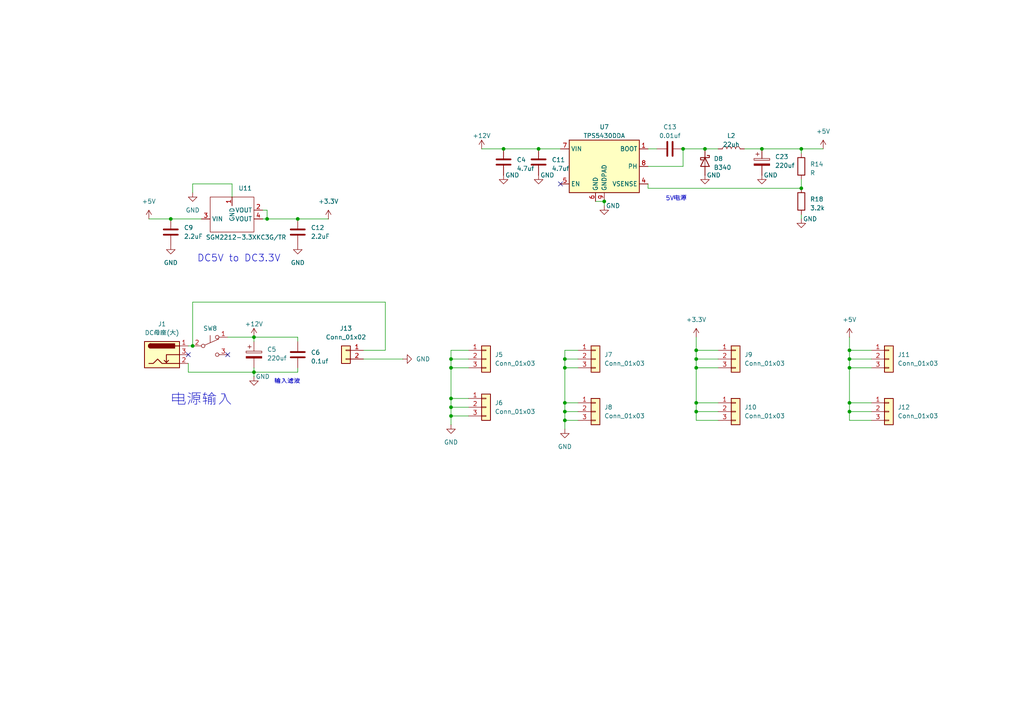
<source format=kicad_sch>
(kicad_sch (version 20231120) (generator "eeschema") (generator_version "8.0")
  (paper "A4")
  (lib_symbols
    (symbol "Library:+12V" (power) (pin_numbers hide) (pin_names (offset 0) hide)
      (property "Value" "+12V" (at 0 3.556 0))
      (symbol "+12V_0_1"
        (polyline (pts (xy -0.762 1.27) (xy 0 2.54)))
        (polyline (pts (xy 0 0) (xy 0 2.54)))
        (polyline (pts (xy 0 2.54) (xy 0.762 1.27)))
      )
      (symbol "+12V_1_1"
        (pin power_in line (at 0 0 90) (length 0) (name "~") (number "1"))
      )
    )
    (symbol "Library:+3.3V" (power) (pin_numbers hide) (pin_names (offset 0) hide)
      (property "Value" "+3.3V" (at 0 3.556 0))
      (symbol "+3.3V_0_1"
        (polyline (pts (xy -0.762 1.27) (xy 0 2.54)))
        (polyline (pts (xy 0 0) (xy 0 2.54)))
        (polyline (pts (xy 0 2.54) (xy 0.762 1.27)))
      )
      (symbol "+3.3V_1_1"
        (pin power_in line (at 0 0 90) (length 0) (name "~") (number "1"))
      )
    )
    (symbol "Library:+4V" (power) (pin_names (offset 0))
      (property "Value" "+4V" (at 0 3.556 0))
      (symbol "+4V_0_1"
        (polyline (pts (xy -0.762 1.27) (xy 0 2.54)))
        (polyline (pts (xy 0 0) (xy 0 2.54)))
        (polyline (pts (xy 0 2.54) (xy 0.762 1.27)))
      )
      (symbol "+4V_1_1"
        (pin power_in line (at 0 0 90) (length 0) hide (name "+4V") (number "1"))
      )
    )
    (symbol "Library:+5V" (power) (pin_numbers hide) (pin_names (offset 0) hide)
      (property "Value" "+5V" (at 0 3.556 0))
      (symbol "+5V_0_1"
        (polyline (pts (xy -0.762 1.27) (xy 0 2.54)))
        (polyline (pts (xy 0 0) (xy 0 2.54)))
        (polyline (pts (xy 0 2.54) (xy 0.762 1.27)))
      )
      (symbol "+5V_1_1"
        (pin power_in line (at 0 0 90) (length 0) (name "~") (number "1"))
      )
    )
    (symbol "Library:B340" (pin_numbers hide) (pin_names (offset 1.016) hide)
      (property "Reference" "D" (at 0 2.54 0))
      (property "Value" "B340" (at 0 -2.54 0))
      (symbol "B340_0_1"
        (polyline (pts (xy 1.27 0) (xy -1.27 0)))
        (polyline (pts (xy 1.27 1.27) (xy 1.27 -1.27) (xy -1.27 0) (xy 1.27 1.27)) (stroke (width 0.254)))
        (polyline (pts (xy -1.905 0.635) (xy -1.905 1.27) (xy -1.27 1.27) (xy -1.27 -1.27) (xy -0.635 -1.27) (xy -0.635 -0.635)) (stroke (width 0.254)))
      )
      (symbol "B340_1_1"
        (pin passive line (at -3.81 0 0) (length 2.54) (name "K") (number "1"))
        (pin passive line (at 3.81 0 180) (length 2.54) (name "A") (number "2"))
      )
    )
    (symbol "Library:C" (pin_numbers hide) (pin_names (offset 0.254))
      (property "Reference" "C" (at 0.635 2.54 0))
      (property "Value" "C" (at 0.635 -2.54 0))
      (symbol "C_0_1"
        (polyline (pts (xy -2.032 -0.762) (xy 2.032 -0.762)) (stroke (width 0.508)))
        (polyline (pts (xy -2.032 0.762) (xy 2.032 0.762)) (stroke (width 0.508)))
      )
      (symbol "C_1_1"
        (pin passive line (at 0 3.81 270) (length 2.794) (name "~") (number "1"))
        (pin passive line (at 0 -3.81 90) (length 2.794) (name "~") (number "2"))
      )
    )
    (symbol "Library:C_Polarized" (pin_numbers hide) (pin_names (offset 0.254))
      (property "Reference" "C" (at 0.635 2.54 0))
      (property "Value" "C_Polarized" (at 0.635 -2.54 0))
      (symbol "C_Polarized_0_1"
        (rectangle (start -2.286 0.508) (end 2.286 1.016))
        (polyline (pts (xy -1.778 2.286) (xy -0.762 2.286)))
        (polyline (pts (xy -1.27 2.794) (xy -1.27 1.778)))
        (rectangle (start 2.286 -0.508) (end -2.286 -1.016) (fill (type outline)))
      )
      (symbol "C_Polarized_1_1"
        (pin passive line (at 0 3.81 270) (length 2.794) (name "~") (number "1"))
        (pin passive line (at 0 -3.81 90) (length 2.794) (name "~") (number "2"))
      )
    )
    (symbol "Library:Conn_01x02" (pin_names (offset 1.016) hide)
      (property "Reference" "J" (at 0 2.54 0))
      (property "Value" "Conn_01x02" (at 0 -5.08 0))
      (symbol "Conn_01x02_1_1"
        (rectangle (start -1.27 -2.413) (end 0 -2.667) (stroke (width 0.1524)))
        (rectangle (start -1.27 0.127) (end 0 -0.127) (stroke (width 0.1524)))
        (rectangle (start -1.27 1.27) (end 1.27 -3.81) (stroke (width 0.254)) (fill (type background)))
        (pin passive line (at -5.08 0 0) (length 3.81) (name "Pin_1") (number "1"))
        (pin passive line (at -5.08 -2.54 0) (length 3.81) (name "Pin_2") (number "2"))
      )
    )
    (symbol "Library:Conn_01x03" (pin_names (offset 1.016) hide)
      (property "Reference" "J" (at 0 5.08 0))
      (property "Value" "Conn_01x03" (at 0 -5.08 0))
      (symbol "Conn_01x03_1_1"
        (rectangle (start -1.27 -2.413) (end 0 -2.667) (stroke (width 0.1524)))
        (rectangle (start -1.27 0.127) (end 0 -0.127) (stroke (width 0.1524)))
        (rectangle (start -1.27 2.667) (end 0 2.413) (stroke (width 0.1524)))
        (rectangle (start -1.27 3.81) (end 1.27 -3.81) (stroke (width 0.254)) (fill (type background)))
        (pin passive line (at -5.08 2.54 0) (length 3.81) (name "Pin_1") (number "1"))
        (pin passive line (at -5.08 0 0) (length 3.81) (name "Pin_2") (number "2"))
        (pin passive line (at -5.08 -2.54 0) (length 3.81) (name "Pin_3") (number "3"))
      )
    )
    (symbol "Library:DC母座(大)" (pin_names hide)
      (property "Reference" "J" (at 0 5.334 0))
      (property "Value" "DC母座(大)" (at 0 -5.08 0))
      (symbol "DC母座(大)_0_1"
        (rectangle (start -5.08 3.81) (end 5.08 -3.81) (stroke (width 0.254)) (fill (type background)))
        (arc (start -3.302 3.175) (mid -3.9343 2.54) (end -3.302 1.905) (stroke (width 0.254)))
        (arc (start -3.302 3.175) (mid -3.9343 2.54) (end -3.302 1.905) (stroke (width 0.254)) (fill (type outline)))
        (polyline (pts (xy 1.27 -2.286) (xy 1.905 -1.651)) (stroke (width 0.254)))
        (polyline (pts (xy 5.08 2.54) (xy 3.81 2.54)) (stroke (width 0.254)))
        (polyline (pts (xy 5.08 0) (xy 1.27 0) (xy 1.27 -2.286) (xy 0.635 -1.651)) (stroke (width 0.254)))
        (polyline (pts (xy -3.81 -2.54) (xy -2.54 -2.54) (xy -1.27 -1.27) (xy 0 -2.54) (xy 2.54 -2.54) (xy 5.08 -2.54)) (stroke (width 0.254)))
        (rectangle (start 3.683 3.175) (end -3.302 1.905) (stroke (width 0.254)) (fill (type outline)))
      )
      (symbol "DC母座(大)_1_1"
        (pin passive line (at 7.62 2.54 180) (length 2.54) (name "~") (number "1"))
        (pin passive line (at 7.62 -2.54 180) (length 2.54) (name "~") (number "2"))
        (pin passive line (at 7.62 0 180) (length 2.54) (name "~") (number "3"))
      )
    )
    (symbol "Library:GND" (power) (pin_numbers hide) (pin_names (offset 0) hide)
      (property "Value" "GND" (at 0 -3.81 0))
      (symbol "GND_0_1"
        (polyline (pts (xy 0 0) (xy 0 -1.27) (xy 1.27 -1.27) (xy 0 -2.54) (xy -1.27 -1.27) (xy 0 -1.27)))
      )
      (symbol "GND_1_1"
        (pin power_in line (at 0 0 270) (length 0) (name "~") (number "1"))
      )
    )
    (symbol "Library:L" (pin_numbers hide) (pin_names (offset 1.016) hide)
      (property "Reference" "L" (at -1.27 0 90))
      (property "Value" "L" (at 1.905 0 90))
      (symbol "L_0_1"
        (arc (start 0 -2.54) (mid 0.6323 -1.905) (end 0 -1.27))
        (arc (start 0 -1.27) (mid 0.6323 -0.635) (end 0 0))
        (arc (start 0 0) (mid 0.6323 0.635) (end 0 1.27))
        (arc (start 0 1.27) (mid 0.6323 1.905) (end 0 2.54))
      )
      (symbol "L_1_1"
        (pin passive line (at 0 3.81 270) (length 1.27) (name "1") (number "1"))
        (pin passive line (at 0 -3.81 90) (length 1.27) (name "2") (number "2"))
      )
    )
    (symbol "Library:R" (pin_numbers hide) (pin_names (offset 0))
      (property "Reference" "R" (at 2.032 0 90))
      (property "Value" "R" (at 0 0 90))
      (symbol "R_0_1"
        (rectangle (start -1.016 -2.54) (end 1.016 2.54) (stroke (width 0.254)))
      )
      (symbol "R_1_1"
        (pin passive line (at 0 3.81 270) (length 1.27) (name "~") (number "1"))
        (pin passive line (at 0 -3.81 90) (length 1.27) (name "~") (number "2"))
      )
    )
    (symbol "Library:SGM2212-3.3XKC3G/TR"
      (property "Reference" "U" (at 3.81 10.16 0))
      (property "Value" "SGM2212-3.3XKC3G{slash}TR" (at 0 -2.54 0))
      (property "Footprint" "Package_TO_SOT_SMD:SOT-223" (at 0 -5.08 0))
      (symbol "SGM2212-3.3XKC3G/TR_0_1"
        (rectangle (start -6.35 8.89) (end 6.35 -1.27))
      )
      (symbol "SGM2212-3.3XKC3G/TR_1_1"
        (pin passive line (at 0 8.89 270) (length 2.54) (name "GND") (number "1"))
        (pin passive line (at 8.89 5.08 180) (length 2.54) (name "VOUT") (number "2"))
        (pin input line (at -8.89 2.54 0) (length 2.54) (name "VIN") (number "3"))
        (pin passive line (at 8.89 2.54 180) (length 2.54) (name "VOUT") (number "4"))
      )
    )
    (symbol "Library:SW_Push_SPDT" (pin_names (offset 0) hide)
      (property "Reference" "SW" (at 0 4.318 0))
      (property "Value" "SW_Push_SPDT" (at 0 -5.08 0))
      (symbol "SW_Push_SPDT_0_0"
        (circle (center -2.032 0) (radius 0.508))
        (polyline (pts (xy 0 1.016) (xy 0 3.048)))
        (circle (center 2.032 -2.54) (radius 0.508))
      )
      (symbol "SW_Push_SPDT_0_1"
        (polyline (pts (xy -1.524 0.254) (xy 2.54 2.032)))
        (circle (center 2.032 2.54) (radius 0.508))
      )
      (symbol "SW_Push_SPDT_1_1"
        (pin passive line (at 5.08 2.54 180) (length 2.54) (name "A") (number "1"))
        (pin passive line (at -5.08 0 0) (length 2.54) (name "B") (number "2"))
        (pin passive line (at 5.08 -2.54 180) (length 2.54) (name "C") (number "3"))
      )
    )
    (symbol "Library:TPS5430DDA"
      (property "Reference" "U" (at -10.16 8.89 0))
      (property "Value" "TPS5430DDA" (at -1.27 8.89 0))
      (symbol "TPS5430DDA_0_1"
        (rectangle (start -10.16 7.62) (end 10.16 -7.62) (stroke (width 0.254)) (fill (type background)))
      )
      (symbol "TPS5430DDA_1_1"
        (pin input line (at 12.7 5.08 180) (length 2.54) (name "BOOT") (number "1"))
        (pin no_connect line (at -10.16 2.54 0) (length 2.54) hide (name "NC") (number "2"))
        (pin no_connect line (at -10.16 -2.54 0) (length 2.54) hide (name "NC") (number "3"))
        (pin input line (at 12.7 -5.08 180) (length 2.54) (name "VSENSE") (number "4"))
        (pin input line (at -12.7 -5.08 0) (length 2.54) (name "EN") (number "5"))
        (pin power_in line (at -2.54 -10.16 90) (length 2.54) (name "GND") (number "6"))
        (pin power_in line (at -12.7 5.08 0) (length 2.54) (name "VIN") (number "7"))
        (pin output line (at 12.7 0 180) (length 2.54) (name "PH") (number "8"))
        (pin power_in line (at 0 -10.16 90) (length 2.54) (name "GNDPAD") (number "9"))
      )
    )
  )
  (junction (at 163.83 119.38))
  (junction (at 86.36 63.5))
  (junction (at 163.83 106.68))
  (junction (at 55.88 100.33))
  (junction (at 201.93 104.14))
  (junction (at 204.47 43.18))
  (junction (at 246.38 104.14))
  (junction (at 232.41 43.18))
  (junction (at 163.83 104.14))
  (junction (at 201.93 101.6))
  (junction (at 201.93 119.38))
  (junction (at 156.21 43.18))
  (junction (at 232.41 54.61))
  (junction (at 130.81 106.68))
  (junction (at 220.98 43.18))
  (junction (at 163.83 121.92))
  (junction (at 146.05 43.18))
  (junction (at 175.26 58.42))
  (junction (at 246.38 119.38))
  (junction (at 73.66 97.79))
  (junction (at 246.38 106.68))
  (junction (at 77.47 63.5))
  (junction (at 201.93 116.84))
  (junction (at 130.81 118.11))
  (junction (at 246.38 116.84))
  (junction (at 130.81 104.14))
  (junction (at 73.66 107.95))
  (junction (at 130.81 120.65))
  (junction (at 49.53 63.5))
  (junction (at 130.81 115.57))
  (junction (at 246.38 101.6))
  (junction (at 198.12 43.18))
  (junction (at 163.83 116.84))
  (junction (at 201.93 106.68))
  (no_connect (at 54.61 102.87))
  (no_connect (at 162.56 53.34))
  (no_connect (at 66.04 102.87))
  (wire (pts (xy 246.38 104.14) (xy 252.73 104.14)))
  (wire (pts (xy 246.38 106.68) (xy 252.73 106.68)))
  (wire (pts (xy 246.38 119.38) (xy 252.73 119.38)))
  (wire (pts (xy 201.93 101.6) (xy 208.28 101.6)))
  (wire (pts (xy 130.81 115.57) (xy 135.89 115.57)))
  (wire (pts (xy 175.26 59.69) (xy 175.26 58.42)))
  (wire (pts (xy 139.7 43.18) (xy 146.05 43.18)))
  (wire (pts (xy 190.5 43.18) (xy 187.96 43.18)))
  (wire (pts (xy 111.76 101.6) (xy 111.76 87.63)))
  (wire (pts (xy 76.2 63.5) (xy 77.47 63.5)))
  (wire (pts (xy 201.93 106.68) (xy 201.93 116.84)))
  (wire (pts (xy 163.83 116.84) (xy 163.83 119.38)))
  (wire (pts (xy 201.93 104.14) (xy 201.93 106.68)))
  (wire (pts (xy 232.41 62.23) (xy 232.41 63.5)))
  (wire (pts (xy 163.83 106.68) (xy 167.64 106.68)))
  (wire (pts (xy 55.88 87.63) (xy 55.88 100.33)))
  (wire (pts (xy 73.66 107.95) (xy 73.66 106.68)))
  (wire (pts (xy 55.88 55.88) (xy 55.88 53.34)))
  (wire (pts (xy 49.53 63.5) (xy 58.42 63.5)))
  (wire (pts (xy 201.93 101.6) (xy 201.93 104.14)))
  (wire (pts (xy 163.83 104.14) (xy 167.64 104.14)))
  (wire (pts (xy 55.88 100.33) (xy 54.61 100.33)))
  (wire (pts (xy 246.38 119.38) (xy 246.38 121.92)))
  (wire (pts (xy 201.93 104.14) (xy 208.28 104.14)))
  (wire (pts (xy 163.83 119.38) (xy 163.83 121.92)))
  (wire (pts (xy 86.36 97.79) (xy 86.36 99.06)))
  (wire (pts (xy 201.93 116.84) (xy 208.28 116.84)))
  (wire (pts (xy 163.83 101.6) (xy 163.83 104.14)))
  (wire (pts (xy 73.66 107.95) (xy 54.61 107.95)))
  (wire (pts (xy 130.81 106.68) (xy 130.81 115.57)))
  (wire (pts (xy 130.81 115.57) (xy 130.81 118.11)))
  (wire (pts (xy 43.18 63.5) (xy 49.53 63.5)))
  (wire (pts (xy 146.05 43.18) (xy 156.21 43.18)))
  (wire (pts (xy 76.2 60.96) (xy 77.47 60.96)))
  (wire (pts (xy 130.81 118.11) (xy 130.81 120.65)))
  (wire (pts (xy 54.61 105.41) (xy 54.61 107.95)))
  (wire (pts (xy 77.47 63.5) (xy 86.36 63.5)))
  (wire (pts (xy 204.47 43.18) (xy 208.28 43.18)))
  (wire (pts (xy 163.83 121.92) (xy 167.64 121.92)))
  (wire (pts (xy 187.96 54.61) (xy 187.96 53.34)))
  (wire (pts (xy 130.81 106.68) (xy 135.89 106.68)))
  (wire (pts (xy 187.96 48.26) (xy 198.12 48.26)))
  (wire (pts (xy 77.47 60.96) (xy 77.47 63.5)))
  (wire (pts (xy 130.81 101.6) (xy 130.81 104.14)))
  (wire (pts (xy 163.83 121.92) (xy 163.83 124.46)))
  (wire (pts (xy 232.41 52.07) (xy 232.41 54.61)))
  (wire (pts (xy 130.81 118.11) (xy 135.89 118.11)))
  (wire (pts (xy 246.38 106.68) (xy 246.38 116.84)))
  (wire (pts (xy 111.76 87.63) (xy 55.88 87.63)))
  (wire (pts (xy 73.66 97.79) (xy 73.66 99.06)))
  (wire (pts (xy 208.28 121.92) (xy 201.93 121.92)))
  (wire (pts (xy 66.04 97.79) (xy 73.66 97.79)))
  (wire (pts (xy 55.88 53.34) (xy 67.31 53.34)))
  (wire (pts (xy 172.72 58.42) (xy 175.26 58.42)))
  (wire (pts (xy 135.89 101.6) (xy 130.81 101.6)))
  (wire (pts (xy 246.38 116.84) (xy 246.38 119.38)))
  (wire (pts (xy 201.93 119.38) (xy 201.93 121.92)))
  (wire (pts (xy 246.38 104.14) (xy 246.38 106.68)))
  (wire (pts (xy 73.66 109.22) (xy 73.66 107.95)))
  (wire (pts (xy 198.12 48.26) (xy 198.12 43.18)))
  (wire (pts (xy 86.36 63.5) (xy 95.25 63.5)))
  (wire (pts (xy 201.93 119.38) (xy 208.28 119.38)))
  (wire (pts (xy 215.9 43.18) (xy 220.98 43.18)))
  (wire (pts (xy 204.47 43.18) (xy 198.12 43.18)))
  (wire (pts (xy 187.96 54.61) (xy 232.41 54.61)))
  (wire (pts (xy 130.81 104.14) (xy 130.81 106.68)))
  (wire (pts (xy 201.93 106.68) (xy 208.28 106.68)))
  (wire (pts (xy 130.81 120.65) (xy 130.81 123.19)))
  (wire (pts (xy 246.38 116.84) (xy 252.73 116.84)))
  (wire (pts (xy 252.73 121.92) (xy 246.38 121.92)))
  (wire (pts (xy 220.98 43.18) (xy 232.41 43.18)))
  (wire (pts (xy 163.83 104.14) (xy 163.83 106.68)))
  (wire (pts (xy 105.41 104.14) (xy 116.84 104.14)))
  (wire (pts (xy 163.83 106.68) (xy 163.83 116.84)))
  (wire (pts (xy 246.38 101.6) (xy 246.38 104.14)))
  (wire (pts (xy 167.64 101.6) (xy 163.83 101.6)))
  (wire (pts (xy 73.66 107.95) (xy 86.36 107.95)))
  (wire (pts (xy 201.93 97.79) (xy 201.93 101.6)))
  (wire (pts (xy 105.41 101.6) (xy 111.76 101.6)))
  (wire (pts (xy 67.31 53.34) (xy 67.31 57.15)))
  (wire (pts (xy 201.93 116.84) (xy 201.93 119.38)))
  (wire (pts (xy 163.83 116.84) (xy 167.64 116.84)))
  (wire (pts (xy 156.21 43.18) (xy 162.56 43.18)))
  (wire (pts (xy 232.41 43.18) (xy 238.76 43.18)))
  (wire (pts (xy 73.66 97.79) (xy 86.36 97.79)))
  (wire (pts (xy 246.38 101.6) (xy 252.73 101.6)))
  (wire (pts (xy 232.41 43.18) (xy 232.41 44.45)))
  (wire (pts (xy 130.81 104.14) (xy 135.89 104.14)))
  (wire (pts (xy 86.36 107.95) (xy 86.36 106.68)))
  (wire (pts (xy 163.83 119.38) (xy 167.64 119.38)))
  (wire (pts (xy 130.81 120.65) (xy 135.89 120.65)))
  (wire (pts (xy 246.38 97.79) (xy 246.38 101.6)))
  (text "DC5V to DC3.3V\n" (at 57.15 76.2 0) (effects (font (size 2 2)) (justify left bottom)))
  (text "输入滤波" (at 79.502 111.506 0) (effects (font (size 1.27 1.27)) (justify left bottom)))
  (text "5V电源" (at 193.04 58.42 0) (effects (font (size 1.27 1.27)) (justify left bottom)))
  (text "电源输入\n" (at 67.564 117.856 0) (effects (font (size 3 3)) (justify right bottom)))
  (symbol (lib_id "Library:+3.3V") (at 201.93 97.79 0) (unit 1)
    (property "Reference" "#PWR041" (effects (hide yes)))
    (property "Value" "+3.3V" (at 201.93 92.71 0))
    (property "Description" "Power symbol creates a global label with name \"+3.3V\"" (effects (hide yes)))
  )
  (symbol (lib_id "Library:GND") (at 163.83 124.46 0) (unit 1)
    (property "Reference" "#PWR040" (effects (hide yes)))
    (property "Value" "GND" (at 163.83 129.54 0))
    (property "Description" "Power symbol creates a global label with name \"GND\" , ground" (effects (hide yes)))
  )
  (symbol (lib_id "Library:GND") (at 175.26 59.69 0) (unit 1)
    (property "Reference" "#PWR073" (effects (hide yes)))
    (property "Value" "GND" (at 177.8 59.69 0))
  )
  (symbol (lib_id "Library:GND") (at 146.05 50.8 0) (unit 1)
    (property "Reference" "#PWR061" (effects (hide yes)))
    (property "Value" "GND" (at 148.59 50.8 0))
  )
  (symbol (lib_id "Library:GND") (at 220.98 50.8 0) (unit 1)
    (property "Reference" "#PWR077" (effects (hide yes)))
    (property "Value" "GND" (at 223.52 50.8 0))
  )
  (symbol (lib_id "Library:C") (at 194.31 43.18 90) (unit 1)
    (property "Reference" "C13" (at 194.31 36.83 90))
    (property "Value" "0.01uf" (at 194.31 39.37 90))
    (property "Footprint" "Capacitor_SMD:C_0603_1608Metric" (effects (hide yes)))
  )
  (symbol (lib_id "Library:GND") (at 55.88 55.88 0) (unit 1)
    (property "Reference" "#PWR047" (effects (hide yes)))
    (property "Value" "GND" (at 55.88 60.96 0))
  )
  (symbol (lib_id "Library:C_Polarized") (at 73.66 102.87 0) (unit 1)
    (property "Reference" "C5" (at 77.47 101.346 0) (effects (justify left)))
    (property "Value" "220uf" (at 77.47 103.886 0) (effects (justify left)))
    (property "Footprint" "Capacitor_SMD:CP_Elec_6.3x7.7" (effects (hide yes)))
  )
  (symbol (lib_id "Library:C") (at 49.53 67.31 0) (unit 1)
    (property "Reference" "C9" (at 53.34 66.0399 0) (effects (justify left)))
    (property "Value" "2.2uF" (at 53.34 68.5799 0) (effects (justify left)))
    (property "Footprint" "Capacitor_SMD:C_0603_1608Metric" (effects (hide yes)))
  )
  (symbol (lib_id "Library:GND") (at 86.36 71.12 0) (unit 1)
    (property "Reference" "#PWR054" (effects (hide yes)))
    (property "Value" "GND" (at 86.36 76.2 0))
  )
  (symbol (lib_id "Library:Conn_01x03") (at 140.97 118.11 0) (unit 1)
    (property "Reference" "J6" (at 143.51 116.8399 0) (effects (justify left)))
    (property "Value" "Conn_01x03" (at 143.51 119.3799 0) (effects (justify left)))
    (property "Footprint" "Connector_PinSocket_2.54mm:PinSocket_1x03_P2.54mm_Vertical" (effects (hide yes)))
    (property "Description" "Generic connector, single row, 01x03, script generated (kicad-library-utils/schlib/autogen/connector/)" (effects (hide yes)))
  )
  (symbol (lib_id "Library:SW_Push_SPDT") (at 60.96 100.33 0) (unit 1)
    (property "Reference" "SW8" (at 60.96 95.25 0))
    (property "Value" "SW_Push_SPDT" (effects (hide yes)))
    (property "Footprint" "Button_Switch_THT:SW_CuK_JS202011CQN_DPDT_Straight" (effects (hide yes)))
  )
  (symbol (lib_id "Library:TPS5430DDA") (at 175.26 48.26 0) (unit 1)
    (property "Reference" "U7" (at 175.26 36.83 0))
    (property "Value" "TPS5430DDA" (at 175.26 39.37 0))
    (property "Footprint" "Package_SO:TI_SO-PowerPAD-8_ThermalVias" (effects (hide yes)))
    (property "Datasheet" "http://www.ti.com/lit/ds/symlink/tps5430.pdf" (effects (hide yes)))
  )
  (symbol (lib_id "Library:SGM2212-3.3XKC3G/TR") (at 67.31 66.04 0) (unit 1)
    (property "Reference" "U11" (at 71.12 54.61 0))
    (property "Value" "SGM2212-3.3XKC3G/TR" (at 71.374 68.834 0))
    (property "Footprint" "Package_TO_SOT_SMD:SOT-223" (effects (hide yes)))
    (property "Datasheet" "https://www.sg-micro.de/show-product-983.html" (effects (hide yes)))
  )
  (symbol (lib_id "Library:GND") (at 73.66 109.22 0) (unit 1)
    (property "Reference" "#PWR035" (effects (hide yes)))
    (property "Value" "GND" (at 76.2 109.22 0))
  )
  (symbol (lib_id "Library:GND") (at 49.53 71.12 0) (unit 1)
    (property "Reference" "#PWR022" (effects (hide yes)))
    (property "Value" "GND" (at 49.53 76.2 0))
  )
  (symbol (lib_id "Library:+4V") (at 238.76 43.18 0) (unit 1)
    (property "Reference" "#PWR085" (effects (hide yes)))
    (property "Value" "+5V" (at 238.76 38.1 0))
  )
  (symbol (lib_id "Library:C") (at 86.36 67.31 0) (unit 1)
    (property "Reference" "C12" (at 90.17 66.0399 0) (effects (justify left)))
    (property "Value" "2.2uF" (at 90.17 68.5799 0) (effects (justify left)))
    (property "Footprint" "Capacitor_SMD:C_0603_1608Metric" (effects (hide yes)))
  )
  (symbol (lib_id "Library:Conn_01x03") (at 257.81 119.38 0) (unit 1)
    (property "Reference" "J12" (at 260.35 118.1099 0) (effects (justify left)))
    (property "Value" "Conn_01x03" (at 260.35 120.6499 0) (effects (justify left)))
    (property "Footprint" "Connector_PinSocket_2.54mm:PinSocket_1x03_P2.54mm_Vertical" (effects (hide yes)))
    (property "Description" "Generic connector, single row, 01x03, script generated (kicad-library-utils/schlib/autogen/connector/)" (effects (hide yes)))
  )
  (symbol (lib_id "Library:GND") (at 130.81 123.19 0) (unit 1)
    (property "Reference" "#PWR039" (effects (hide yes)))
    (property "Value" "GND" (at 130.81 128.27 0))
    (property "Description" "Power symbol creates a global label with name \"GND\" , ground" (effects (hide yes)))
  )
  (symbol (lib_id "Library:C") (at 156.21 46.99 180) (unit 1)
    (property "Reference" "C11" (at 160.02 46.355 0) (effects (justify right)))
    (property "Value" "4.7uf" (at 160.02 48.895 0) (effects (justify right)))
    (property "Footprint" "Capacitor_SMD:C_0603_1608Metric" (effects (hide yes)))
  )
  (symbol (lib_id "Library:R") (at 232.41 58.42 0) (unit 1)
    (property "Reference" "R18" (at 234.95 57.785 0) (effects (justify left)))
    (property "Value" "3.2k" (at 234.95 60.325 0) (effects (justify left)))
    (property "Footprint" "Resistor_SMD:R_0603_1608Metric" (effects (hide yes)))
  )
  (symbol (lib_id "Library:GND") (at 204.47 50.8 0) (unit 1)
    (property "Reference" "#PWR074" (effects (hide yes)))
    (property "Value" "GND" (at 207.01 50.8 0))
  )
  (symbol (lib_id "Library:C") (at 86.36 102.87 180) (unit 1)
    (property "Reference" "C6" (at 90.17 102.235 0) (effects (justify right)))
    (property "Value" "0.1uf" (at 90.17 104.775 0) (effects (justify right)))
    (property "Footprint" "Capacitor_SMD:C_0603_1608Metric" (effects (hide yes)))
  )
  (symbol (lib_id "Library:B340") (at 204.47 46.99 270) (unit 1)
    (property "Reference" "D8" (at 207.01 46.0375 90) (effects (justify left)))
    (property "Value" "B340" (at 207.01 48.5775 90) (effects (justify left)))
    (property "Footprint" "Diode_SMD:D_SMA" (effects (hide yes)))
    (property "Datasheet" "http://www.jameco.com/Jameco/Products/ProdDS/1538777.pdf" (effects (hide yes)))
  )
  (symbol (lib_id "Library:+3.3V") (at 95.25 63.5 0) (unit 1)
    (property "Reference" "#PWR055" (effects (hide yes)))
    (property "Value" "+3.3V" (at 95.25 58.42 0))
  )
  (symbol (lib_id "Library:L") (at 212.09 43.18 90) (unit 1)
    (property "Reference" "L2" (at 212.09 39.37 90))
    (property "Value" "22uh" (at 212.09 41.91 90))
    (property "Footprint" "Inductor_SMD:L_Wuerth_HCI-1040" (effects (hide yes)))
  )
  (symbol (lib_id "Library:+12V") (at 73.66 97.79 0) (unit 1)
    (property "Reference" "#PWR034" (effects (hide yes)))
    (property "Value" "+12V" (at 73.66 93.98 0))
  )
  (symbol (lib_id "Library:Conn_01x03") (at 257.81 104.14 0) (unit 1)
    (property "Reference" "J11" (at 260.35 102.8699 0) (effects (justify left)))
    (property "Value" "Conn_01x03" (at 260.35 105.4099 0) (effects (justify left)))
    (property "Footprint" "Connector_PinSocket_2.54mm:PinSocket_1x03_P2.54mm_Vertical" (effects (hide yes)))
    (property "Description" "Generic connector, single row, 01x03, script generated (kicad-library-utils/schlib/autogen/connector/)" (effects (hide yes)))
  )
  (symbol (lib_id "Library:R") (at 232.41 48.26 0) (unit 1)
    (property "Reference" "R14" (at 234.95 47.625 0) (effects (justify left)))
    (property "Value" "R" (at 234.95 50.165 0) (effects (justify left)))
    (property "Footprint" "Resistor_SMD:R_0603_1608Metric" (effects (hide yes)))
  )
  (symbol (lib_id "Library:GND") (at 156.21 50.8 0) (unit 1)
    (property "Reference" "#PWR072" (effects (hide yes)))
    (property "Value" "GND" (at 158.75 50.8 0))
  )
  (symbol (lib_id "Library:+12V") (at 139.7 43.18 0) (unit 1)
    (property "Reference" "#PWR058" (effects (hide yes)))
    (property "Value" "+12V" (at 139.7 39.37 0))
  )
  (symbol (lib_id "Library:Conn_01x03") (at 172.72 119.38 0) (unit 1)
    (property "Reference" "J8" (at 175.26 118.1099 0) (effects (justify left)))
    (property "Value" "Conn_01x03" (at 175.26 120.6499 0) (effects (justify left)))
    (property "Footprint" "Connector_PinSocket_2.54mm:PinSocket_1x03_P2.54mm_Vertical" (effects (hide yes)))
    (property "Description" "Generic connector, single row, 01x03, script generated (kicad-library-utils/schlib/autogen/connector/)" (effects (hide yes)))
  )
  (symbol (lib_id "Library:C_Polarized") (at 220.98 46.99 0) (unit 1)
    (property "Reference" "C23" (at 224.79 45.466 0) (effects (justify left)))
    (property "Value" "220uf" (at 224.79 48.006 0) (effects (justify left)))
    (property "Footprint" "Capacitor_SMD:CP_Elec_6.3x7.7" (effects (hide yes)))
  )
  (symbol (lib_id "Library:Conn_01x03") (at 213.36 119.38 0) (unit 1)
    (property "Reference" "J10" (at 215.9 118.1099 0) (effects (justify left)))
    (property "Value" "Conn_01x03" (at 215.9 120.6499 0) (effects (justify left)))
    (property "Footprint" "Connector_PinSocket_2.54mm:PinSocket_1x03_P2.54mm_Vertical" (effects (hide yes)))
    (property "Description" "Generic connector, single row, 01x03, script generated (kicad-library-utils/schlib/autogen/connector/)" (effects (hide yes)))
  )
  (symbol (lib_id "Library:GND") (at 116.84 104.14 90) (unit 1)
    (property "Reference" "#PWR044" (effects (hide yes)))
    (property "Value" "GND" (at 120.65 104.1399 90) (effects (justify right)))
    (property "Description" "Power symbol creates a global label with name \"GND\" , ground" (effects (hide yes)))
  )
  (symbol (lib_id "Library:Conn_01x03") (at 213.36 104.14 0) (unit 1)
    (property "Reference" "J9" (at 215.9 102.8699 0) (effects (justify left)))
    (property "Value" "Conn_01x03" (at 215.9 105.4099 0) (effects (justify left)))
    (property "Footprint" "Connector_PinSocket_2.54mm:PinSocket_1x03_P2.54mm_Vertical" (effects (hide yes)))
    (property "Description" "Generic connector, single row, 01x03, script generated (kicad-library-utils/schlib/autogen/connector/)" (effects (hide yes)))
  )
  (symbol (lib_id "Library:Conn_01x03") (at 140.97 104.14 0) (unit 1)
    (property "Reference" "J5" (at 143.51 102.8699 0) (effects (justify left)))
    (property "Value" "Conn_01x03" (at 143.51 105.4099 0) (effects (justify left)))
    (property "Footprint" "Connector_PinSocket_2.54mm:PinSocket_1x03_P2.54mm_Vertical" (effects (hide yes)))
    (property "Description" "Generic connector, single row, 01x03, script generated (kicad-library-utils/schlib/autogen/connector/)" (effects (hide yes)))
  )
  (symbol (lib_id "Library:C") (at 146.05 46.99 180) (unit 1)
    (property "Reference" "C4" (at 149.86 46.355 0) (effects (justify right)))
    (property "Value" "4.7uf" (at 149.86 48.895 0) (effects (justify right)))
    (property "Footprint" "Capacitor_SMD:C_0603_1608Metric" (effects (hide yes)))
  )
  (symbol (lib_id "Library:+5V") (at 246.38 97.79 0) (unit 1)
    (property "Reference" "#PWR042" (effects (hide yes)))
    (property "Value" "+5V" (at 246.38 92.71 0))
    (property "Description" "Power symbol creates a global label with name \"+5V\"" (effects (hide yes)))
  )
  (symbol (lib_id "Library:+4V") (at 43.18 63.5 0) (unit 1)
    (property "Reference" "#PWR021" (effects (hide yes)))
    (property "Value" "+5V" (at 43.18 58.42 0))
  )
  (symbol (lib_id "Library:Conn_01x03") (at 172.72 104.14 0) (unit 1)
    (property "Reference" "J7" (at 175.26 102.8699 0) (effects (justify left)))
    (property "Value" "Conn_01x03" (at 175.26 105.4099 0) (effects (justify left)))
    (property "Footprint" "Connector_PinSocket_2.54mm:PinSocket_1x03_P2.54mm_Vertical" (effects (hide yes)))
    (property "Description" "Generic connector, single row, 01x03, script generated (kicad-library-utils/schlib/autogen/connector/)" (effects (hide yes)))
  )
  (symbol (lib_id "Library:Conn_01x02") (at 100.33 101.6 0) (mirror y) (unit 1)
    (property "Reference" "J13" (at 100.33 95.25 0))
    (property "Value" "Conn_01x02" (at 100.33 97.79 0))
    (property "Footprint" "DuRuofu_Connector:CONN-TH_2P-P5.08" (effects (hide yes)))
    (property "Description" "Generic connector, single row, 01x02, script generated (kicad-library-utils/schlib/autogen/connector/)" (effects (hide yes)))
  )
  (symbol (lib_id "Library:DC母座(大)") (at 46.99 102.87 0) (unit 1)
    (property "Reference" "J1" (at 46.99 93.98 0))
    (property "Value" "DC母座(大)" (at 46.99 96.52 0))
    (property "Footprint" "DuRuofu_Connector:DC母座(大)" (effects (hide yes)))
    (property "Description" "DC Barrel Jack with an internal switch" (effects (hide yes)))
  )
  (symbol (lib_id "Library:GND") (at 232.41 63.5 0) (unit 1)
    (property "Reference" "#PWR084" (effects (hide yes)))
    (property "Value" "GND" (at 234.95 63.5 0))
  )
)
</source>
